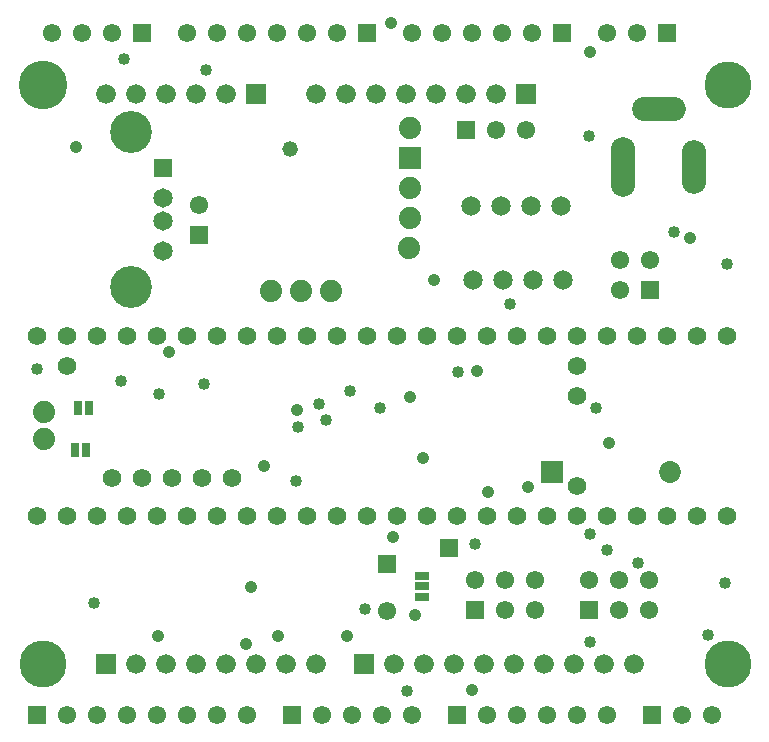
<source format=gbs>
G04 DipTrace 3.3.1.3*
G04 T4LSSArduinoShield.gbs*
%MOIN*%
G04 #@! TF.FileFunction,Soldermask,Bot*
G04 #@! TF.Part,Single*
%ADD15C,0.04*%
%ADD35C,0.074*%
%ADD39R,0.025X0.05*%
%ADD42C,0.06194*%
%ADD43C,0.074*%
%ADD44R,0.05X0.025*%
%ADD47C,0.065199*%
%ADD48R,0.074X0.074*%
%ADD70C,0.162*%
%ADD72C,0.157*%
%ADD74C,0.052*%
%ADD76C,0.042*%
%ADD80O,0.179165X0.08074*%
%ADD82O,0.08074X0.179165*%
%ADD84O,0.08074X0.19885*%
%ADD86R,0.072866X0.072866*%
%ADD88C,0.072866*%
%ADD118C,0.06578*%
%ADD120R,0.06578X0.06578*%
%ADD122C,0.139795*%
%ADD124C,0.064992*%
%ADD126R,0.064992X0.064992*%
%ADD128C,0.061055*%
%ADD130R,0.061055X0.061055*%
%FSLAX26Y26*%
G04*
G70*
G90*
G75*
G01*
G04 BotMask*
%LPD*%
D76*
X931700Y1728700D3*
X1525700Y781700D3*
X1295700D3*
X1206700Y947102D3*
X1815700Y1967700D3*
X1736700Y1580700D3*
X1249700Y1348700D3*
X897799Y783961D3*
X1751700Y851700D3*
X2129700Y1279700D3*
X1958700Y1664700D3*
X1190700Y754700D3*
X1942700Y603700D3*
X1358700Y1534700D3*
X2669700Y2108700D3*
X2398700Y1426700D3*
X1672700Y2824700D3*
X2335700Y2728700D3*
X621700Y2412700D3*
D74*
X1337700Y2405700D3*
D76*
X1780165Y1376700D3*
D3*
X1680700Y1113700D3*
X1997700Y1262700D3*
D72*
X2795275Y688976D3*
X511810D3*
D70*
Y2618109D3*
D72*
X2795275D3*
D15*
X784700Y2704700D3*
X1056834Y2668869D3*
X1897700Y1661700D3*
X2391700Y1068700D3*
X1952700Y1089700D3*
X2333700Y2447700D3*
X774700Y1632700D3*
X493700Y1671188D3*
X682700Y893700D3*
X898700Y1587700D3*
X2336700Y761700D3*
Y1121700D3*
X2068700Y1890700D3*
X1586700Y872700D3*
X1727700Y597700D3*
X1456700Y1501700D3*
X1434700Y1554700D3*
X2357700Y1542700D3*
X2617700Y2128700D3*
X1536700Y1600700D3*
X1636672Y1542523D3*
X1050672Y1622511D3*
X2793700Y2023767D3*
X1361700Y1479700D3*
X1356700Y1297700D3*
X2495700Y1026700D3*
X2729700Y786700D3*
X2785590Y960665D3*
D130*
X1593700Y2793700D3*
D128*
X1493700D3*
X1393700D3*
X1293700D3*
X1193700D3*
X1093700D3*
X993700D3*
D130*
X843700D3*
D128*
X743700D3*
X643700D3*
X543700D3*
D130*
X493700Y518700D3*
D128*
X593700D3*
X693700D3*
X793700D3*
X893700D3*
X993700D3*
X1093700D3*
X1193700D3*
D130*
X1343700D3*
D128*
X1443700D3*
X1543700D3*
X1643700D3*
X1743700D3*
D130*
X1922830Y2468700D3*
D128*
X2022830D3*
X2122830D3*
D126*
X911747Y2341495D3*
D124*
Y2243070D3*
Y2164330D3*
Y2065905D3*
D122*
X805054Y2462361D3*
Y1945039D3*
D120*
X1222834Y2588976D3*
D118*
X1122834D3*
X1022834D3*
X922834D3*
X822834D3*
X722834D3*
D120*
X2122834D3*
D118*
X2022834D3*
X1922834D3*
X1822834D3*
X1722834D3*
X1622834D3*
X1522834D3*
X1422834D3*
D120*
X722834Y688976D3*
D118*
X822834D3*
X922834D3*
X1022834D3*
X1122834D3*
X1222834D3*
X1322834D3*
X1422834D3*
D120*
X1582834D3*
D118*
X1682834D3*
X1782834D3*
X1882834D3*
X1982834D3*
X2082834D3*
X2182834D3*
X2282834D3*
X2382834D3*
X2482834D3*
D130*
X1893700Y518700D3*
D128*
X1993700D3*
X2093700D3*
X2193700D3*
X2293700D3*
X2393700D3*
D130*
X2543700D3*
D128*
X2643700D3*
X2743700D3*
D130*
X2243700Y2793700D3*
D128*
X2143700D3*
X2043700D3*
X1943700D3*
X1843700D3*
X1743700D3*
D130*
X1031700Y2118700D3*
D128*
Y2218700D3*
D35*
X1272700Y1931700D3*
X1372700D3*
X1472700D3*
D39*
X656133Y1403700D3*
X620700D3*
X666133Y1541700D3*
X630700D3*
D42*
X493700Y1183700D3*
X593700D3*
X693700D3*
X793700D3*
X893700D3*
X993700D3*
X1093700D3*
X1193700D3*
X1293700D3*
X1393700D3*
X1493700D3*
X1593700D3*
X1693700D3*
X1793700D3*
X2293700Y1283700D3*
X593700Y1683700D3*
D43*
X515700Y1528700D3*
Y1438700D3*
D42*
X2093700Y1783700D3*
X1793700D3*
X1693700D3*
X1593700D3*
X1493700D3*
X1393700D3*
X1293700D3*
X1193700D3*
X1093700D3*
X993700D3*
X893700D3*
X793700D3*
X693700D3*
X593700D3*
X493700D3*
X2293700Y1683700D3*
X743700Y1308700D3*
X843700D3*
X943700D3*
X2393700Y1183700D3*
X2493700D3*
X2293700D3*
X2193700D3*
X2093700D3*
X1993700D3*
X2593700D3*
X2693700D3*
X2793700D3*
Y1783700D3*
X1893700Y1183700D3*
X2693700Y1783700D3*
X1893700D3*
X2593700D3*
X2393700D3*
X2293700D3*
X2193700D3*
X2493700D3*
X1993700D3*
X2293700Y1583700D3*
X1043700Y1308700D3*
X1143700D3*
D130*
X1953700Y868700D3*
D128*
Y968700D3*
X2053700Y868700D3*
Y968700D3*
X2153700Y868700D3*
Y968700D3*
D130*
X2333700Y868700D3*
D128*
Y968700D3*
X2433700Y868700D3*
Y968700D3*
X2533700Y868700D3*
Y968700D3*
D130*
X2593700Y2793700D3*
D128*
X2493700D3*
X2393700D3*
D47*
X2239700Y2214700D3*
X2139700D3*
X2039700D3*
X1939700D3*
X2247700Y1967700D3*
X2147700D3*
X2047700D3*
X1947700D3*
D35*
X1736700Y2474700D3*
D48*
Y2374700D3*
D35*
Y2274700D3*
Y2174700D3*
X1731700Y2074700D3*
D130*
X2535700Y1935700D3*
D128*
X2435700D3*
X2535700Y2035700D3*
X2435700D3*
D130*
X1658700Y1022440D3*
D128*
Y864960D3*
D44*
X1775700Y913700D3*
Y948700D3*
Y983700D3*
D130*
X1867700Y1075700D3*
D88*
X2603700Y1327700D3*
D86*
X2210787D3*
D84*
X2447700Y2346700D3*
D82*
X2683920D3*
D80*
X2565810Y2539613D3*
M02*

</source>
